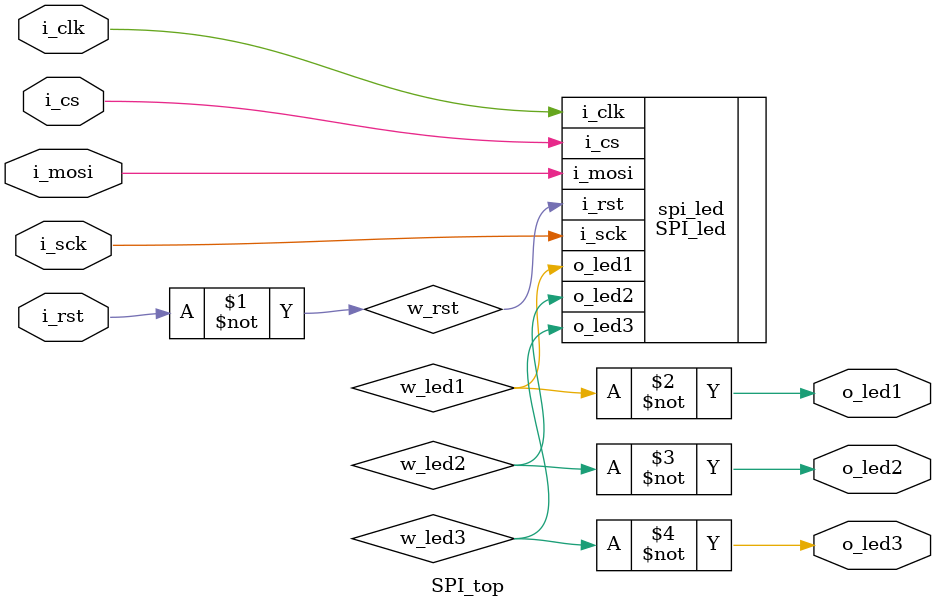
<source format=v>
module SPI_top (
    input wire i_clk,
    input wire i_rst,
    input wire i_sck,
    input wire i_mosi,
    input wire i_cs,
    output wire o_led1,
    output wire o_led2,
    output wire o_led3  
);

    wire w_rst;
    wire w_led1;
    wire w_led2;
    wire w_led3;

    assign w_rst  = ~ i_rst;
    assign o_led1 = ~ w_led1;
    assign o_led2 = ~ w_led2;
    assign o_led3 = ~ w_led3;

    SPI_led spi_led (
        .i_clk  (i_clk ),
        .i_rst  (w_rst ),
        .i_sck  (i_sck ),
        .i_mosi (i_mosi),
        .i_cs   (i_cs  ),
        .o_led1 (w_led1),
        .o_led2 (w_led2),
        .o_led3 (w_led3) 
    );

endmodule
</source>
